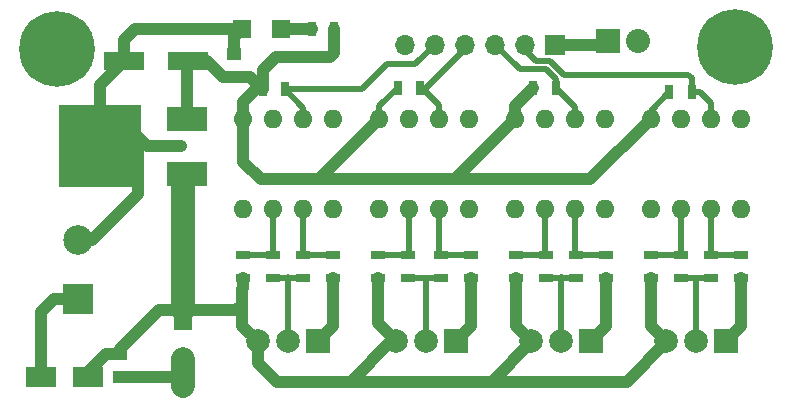
<source format=gtl>
G04 #@! TF.FileFunction,Copper,L1,Top,Signal*
%FSLAX46Y46*%
G04 Gerber Fmt 4.6, Leading zero omitted, Abs format (unit mm)*
G04 Created by KiCad (PCBNEW 4.0.6+dfsg1-1) date Mon Feb 26 19:53:53 2018*
%MOMM*%
%LPD*%
G01*
G04 APERTURE LIST*
%ADD10C,0.100000*%
%ADD11R,3.500000X1.600000*%
%ADD12R,1.600000X3.500000*%
%ADD13R,2.500000X2.500000*%
%ADD14C,2.500000*%
%ADD15R,2.000000X2.000000*%
%ADD16C,2.000000*%
%ADD17O,1.600000X1.600000*%
%ADD18R,2.500000X1.800000*%
%ADD19R,1.700000X1.700000*%
%ADD20O,1.700000X1.700000*%
%ADD21R,1.500000X1.500000*%
%ADD22R,0.700000X1.300000*%
%ADD23R,1.300000X0.700000*%
%ADD24R,2.032000X2.032000*%
%ADD25O,2.032000X2.032000*%
%ADD26R,1.250000X1.000000*%
%ADD27C,6.400000*%
%ADD28C,0.600000*%
%ADD29R,3.500000X2.000000*%
%ADD30R,7.000000X7.000000*%
%ADD31C,2.000000*%
%ADD32C,1.000000*%
%ADD33C,0.500000*%
%ADD34C,0.250000*%
G04 APERTURE END LIST*
D10*
D11*
X14800560Y29164280D03*
X9400560Y29164280D03*
D12*
X14386560Y8115280D03*
X14386560Y2715280D03*
D13*
X5496560Y8971280D03*
D14*
X5496560Y13971280D03*
D15*
X37500560Y5415280D03*
D16*
X34960560Y5415280D03*
X32460560Y5415280D03*
D17*
X19535760Y16650880D03*
X22075760Y16650880D03*
X24615760Y16650880D03*
X27155760Y16650880D03*
X27155760Y24270880D03*
X24615760Y24270880D03*
X22075760Y24270880D03*
X19535760Y24270880D03*
D18*
X6374560Y2371280D03*
X2374560Y2371280D03*
D19*
X45935760Y30550880D03*
D20*
X43395760Y30550880D03*
X40855760Y30550880D03*
X38315760Y30550880D03*
X35775760Y30550880D03*
X33235760Y30550880D03*
D21*
X22724560Y31871280D03*
X19424560Y31871280D03*
D17*
X31035760Y16650880D03*
X33575760Y16650880D03*
X36115760Y16650880D03*
X38655760Y16650880D03*
X38655760Y24270880D03*
X36115760Y24270880D03*
X33575760Y24270880D03*
X31035760Y24270880D03*
X42535760Y16650880D03*
X45075760Y16650880D03*
X47615760Y16650880D03*
X50155760Y16650880D03*
X50155760Y24270880D03*
X47615760Y24270880D03*
X45075760Y24270880D03*
X42535760Y24270880D03*
X54035760Y16650880D03*
X56575760Y16650880D03*
X59115760Y16650880D03*
X61655760Y16650880D03*
X61655760Y24270880D03*
X59115760Y24270880D03*
X56575760Y24270880D03*
X54035760Y24270880D03*
D15*
X60360560Y5415280D03*
D16*
X57820560Y5415280D03*
X55320560Y5415280D03*
D15*
X48930560Y5415280D03*
D16*
X46390560Y5415280D03*
X43890560Y5415280D03*
D15*
X25816560Y5415280D03*
D16*
X23276560Y5415280D03*
X20776560Y5415280D03*
D22*
X27224560Y31871280D03*
X25324560Y31871280D03*
D23*
X56550560Y12715280D03*
X56550560Y10815280D03*
X59090560Y12715280D03*
X59090560Y10815280D03*
X45120560Y12715280D03*
X45120560Y10815280D03*
X47660560Y12715280D03*
X47660560Y10815280D03*
X54010560Y12715280D03*
X54010560Y10815280D03*
X61630560Y10815280D03*
X61630560Y12715280D03*
X42580560Y12715280D03*
X42580560Y10815280D03*
X50200560Y10815280D03*
X50200560Y12715280D03*
D22*
X57500560Y26497280D03*
X55600560Y26497280D03*
X45985760Y26900880D03*
X44085760Y26900880D03*
D23*
X33436560Y12715280D03*
X33436560Y10815280D03*
X36230560Y12715280D03*
X36230560Y10815280D03*
X22006560Y12715280D03*
X22006560Y10815280D03*
X24546560Y12715280D03*
X24546560Y10815280D03*
X30896560Y12715280D03*
X30896560Y10815280D03*
X38770560Y10815280D03*
X38770560Y12715280D03*
X19466560Y12715280D03*
X19466560Y10815280D03*
X27086560Y10815280D03*
X27086560Y12715280D03*
D22*
X34485760Y26900880D03*
X32585760Y26900880D03*
X23085760Y26750880D03*
X21185760Y26750880D03*
D24*
X50374560Y30871280D03*
D25*
X52914560Y30871280D03*
D26*
X9052560Y4383280D03*
X9052560Y2383280D03*
X18704560Y27783280D03*
X18704560Y29783280D03*
D27*
X61122560Y30307280D03*
D28*
X63522560Y30307280D03*
X62819616Y28610224D03*
X61122560Y27907280D03*
X59425504Y28610224D03*
X58722560Y30307280D03*
X59425504Y32004336D03*
X61122560Y32707280D03*
X62819616Y32004336D03*
D27*
X3718560Y30180280D03*
D28*
X6118560Y30180280D03*
X5415616Y28483224D03*
X3718560Y27780280D03*
X2021504Y28483224D03*
X1318560Y30180280D03*
X2021504Y31877336D03*
X3718560Y32580280D03*
X5415616Y31877336D03*
D29*
X14784560Y19635280D03*
X14784560Y24215280D03*
D30*
X7384560Y21935280D03*
D28*
X14386560Y3891280D03*
X14386560Y1605280D03*
X14386560Y2715280D03*
X14234560Y21925280D03*
X19424560Y31871280D03*
D31*
X14386560Y3891280D02*
X14386560Y2715280D01*
X14386560Y1605280D02*
X14386560Y2715280D01*
D32*
X14054560Y2383280D02*
X14386560Y2715280D01*
X9052560Y2383280D02*
X14054560Y2383280D01*
X7384560Y21935280D02*
X7384560Y27148280D01*
X7384560Y27148280D02*
X9400560Y29164280D01*
X19424560Y31871280D02*
X10362560Y31871280D01*
X9400560Y30909280D02*
X9400560Y29164280D01*
X10362560Y31871280D02*
X9400560Y30909280D01*
X18704560Y29783280D02*
X18704560Y31151280D01*
X18704560Y31151280D02*
X19424560Y31871280D01*
X5496560Y13971280D02*
X6686560Y13971280D01*
X6686560Y13971280D02*
X10576560Y17861280D01*
X10576560Y17861280D02*
X10576560Y22687280D01*
X11338560Y21925280D02*
X10576560Y22687280D01*
X14234560Y21925280D02*
X11338560Y21925280D01*
X61630560Y10815280D02*
X61630560Y6685280D01*
X61630560Y6685280D02*
X60360560Y5415280D01*
X50200560Y10815280D02*
X50200560Y6685280D01*
X50200560Y6685280D02*
X48930560Y5415280D01*
X38770560Y10815280D02*
X38770560Y6685280D01*
X38770560Y6685280D02*
X37500560Y5415280D01*
X27086560Y10815280D02*
X27086560Y6685280D01*
X27086560Y6685280D02*
X25816560Y5415280D01*
D31*
X14386560Y8115280D02*
X14386560Y19237280D01*
X14386560Y19237280D02*
X14784560Y19635280D01*
D32*
X14386560Y8115280D02*
X19449560Y8115280D01*
X19085560Y8209280D02*
X19449560Y8209280D01*
X19355560Y8209280D02*
X19085560Y8209280D01*
X19449560Y8115280D02*
X19355560Y8209280D01*
X9052560Y4383280D02*
X9052560Y4780280D01*
X9052560Y4780280D02*
X12387560Y8115280D01*
X12387560Y8115280D02*
X14386560Y8115280D01*
X6374560Y2371280D02*
X6374560Y2864280D01*
X6374560Y2864280D02*
X7893560Y4383280D01*
X7893560Y4383280D02*
X9052560Y4383280D01*
X13574560Y18965280D02*
X14234560Y19625280D01*
X6374560Y2371280D02*
X6374560Y2571280D01*
X54010560Y10815280D02*
X54010560Y6725280D01*
X54010560Y6725280D02*
X55320560Y5415280D01*
X42580560Y10815280D02*
X42580560Y6725280D01*
X42580560Y6725280D02*
X43890560Y5415280D01*
X30896560Y10815280D02*
X30896560Y6979280D01*
X30896560Y6979280D02*
X32460560Y5415280D01*
X19449560Y9896280D02*
X19449560Y9646280D01*
X19449560Y9896280D02*
X19466560Y9913280D01*
X19466560Y9913280D02*
X19466560Y10815280D01*
X19449560Y9646280D02*
X19449560Y8209280D01*
X19449560Y8209280D02*
X19449560Y7718280D01*
X19449560Y6742280D02*
X20776560Y5415280D01*
X19449560Y7718280D02*
X19449560Y6742280D01*
X28610560Y1986280D02*
X22359560Y1986280D01*
X22359560Y1986280D02*
X20776560Y3569280D01*
X20776560Y3569280D02*
X20776560Y5415280D01*
X43890560Y5415280D02*
X43890560Y5328280D01*
X43890560Y5328280D02*
X40548560Y1986280D01*
X32460560Y5415280D02*
X32039560Y5415280D01*
X32039560Y5415280D02*
X28610560Y1986280D01*
X20776560Y5415280D02*
X20776560Y4820280D01*
X55320560Y5415280D02*
X55320560Y5328280D01*
X55320560Y5328280D02*
X51978560Y1986280D01*
X51978560Y1986280D02*
X40548560Y1986280D01*
X40548560Y1986280D02*
X28610560Y1986280D01*
D33*
X57820560Y5415280D02*
X57820560Y10815280D01*
X57874560Y10671280D02*
X57874560Y10815280D01*
X57874560Y10761280D02*
X57874560Y10671280D01*
X57820560Y10815280D02*
X57874560Y10761280D01*
X56550560Y10815280D02*
X57874560Y10815280D01*
X57874560Y10815280D02*
X59090560Y10815280D01*
X46390560Y5415280D02*
X46390560Y10815280D01*
X46474560Y10871280D02*
X46474560Y10815280D01*
X46446560Y10871280D02*
X46474560Y10871280D01*
X46390560Y10815280D02*
X46446560Y10871280D01*
X45120560Y10815280D02*
X46474560Y10815280D01*
X46474560Y10815280D02*
X47660560Y10815280D01*
X34960560Y5415280D02*
X34960560Y10815280D01*
X35074560Y10671280D02*
X35074560Y10815280D01*
X35074560Y10701280D02*
X35074560Y10671280D01*
X34960560Y10815280D02*
X35074560Y10701280D01*
X33436560Y10815280D02*
X35074560Y10815280D01*
X35074560Y10815280D02*
X36230560Y10815280D01*
X23276560Y5415280D02*
X23276560Y10815280D01*
X23274560Y10871280D02*
X23274560Y10815280D01*
X23274560Y10817280D02*
X23274560Y10871280D01*
X23276560Y10815280D02*
X23274560Y10817280D01*
X22006560Y10815280D02*
X23274560Y10815280D01*
X23274560Y10815280D02*
X24546560Y10815280D01*
X43395760Y30550880D02*
X43395760Y30134082D01*
X43395760Y30134082D02*
X44340162Y29189680D01*
X57500560Y27680880D02*
X57500560Y26497280D01*
X57210960Y27970480D02*
X57500560Y27680880D01*
X46695360Y27970480D02*
X57210960Y27970480D01*
X45476160Y29189680D02*
X46695360Y27970480D01*
X44340162Y29189680D02*
X45476160Y29189680D01*
X59115760Y24270880D02*
X59115760Y25583080D01*
X58201560Y26497280D02*
X57500560Y26497280D01*
X59115760Y25583080D02*
X58201560Y26497280D01*
D34*
X43395760Y29940880D02*
X43395760Y30550880D01*
D33*
X47615760Y24270880D02*
X47615760Y25270880D01*
X47615760Y25270880D02*
X45985760Y26900880D01*
X45985760Y26900880D02*
X45985760Y27660080D01*
X42935360Y28471280D02*
X40855760Y30550880D01*
X45174560Y28471280D02*
X42935360Y28471280D01*
X45985760Y27660080D02*
X45174560Y28471280D01*
D34*
X45985760Y26900880D02*
X45985760Y27160080D01*
D33*
X36115760Y24270880D02*
X36115760Y25430080D01*
X36115760Y25430080D02*
X34644960Y26900880D01*
X34644960Y26900880D02*
X34485760Y26900880D01*
X34485760Y26900880D02*
X35004160Y26900880D01*
X35004160Y26900880D02*
X38315760Y30212480D01*
X38315760Y30212480D02*
X38315760Y30550880D01*
D34*
X34485760Y26900880D02*
X34665760Y26900880D01*
D33*
X24615760Y24270880D02*
X24615760Y25220880D01*
X24615760Y25220880D02*
X23085760Y26750880D01*
X23085760Y26750880D02*
X29554160Y26750880D01*
X34096160Y28871280D02*
X35775760Y30550880D01*
X31674560Y28871280D02*
X34096160Y28871280D01*
X29554160Y26750880D02*
X31674560Y28871280D01*
X54010560Y12715280D02*
X56550560Y12715280D01*
X56575760Y16650880D02*
X56575760Y12740480D01*
X56575760Y12740480D02*
X56550560Y12715280D01*
X59090560Y12715280D02*
X61630560Y12715280D01*
X59115760Y16650880D02*
X59115760Y12740480D01*
X59115760Y12740480D02*
X59090560Y12715280D01*
X45120560Y12715280D02*
X42580560Y12715280D01*
X45075760Y16650880D02*
X45075760Y12760080D01*
X45075760Y12760080D02*
X45120560Y12715280D01*
X47660560Y12715280D02*
X50200560Y12715280D01*
X47615760Y16650880D02*
X47615760Y12760080D01*
X47615760Y12760080D02*
X47660560Y12715280D01*
X33575760Y16650880D02*
X33575760Y12854480D01*
X33575760Y12854480D02*
X33436560Y12715280D01*
X30896560Y12715280D02*
X33436560Y12715280D01*
X33436560Y16511680D02*
X33575760Y16650880D01*
X38770560Y12715280D02*
X36230560Y12715280D01*
X36115760Y16650880D02*
X36115760Y12830080D01*
X36115760Y12830080D02*
X36230560Y12715280D01*
X36230560Y16536080D02*
X36115760Y16650880D01*
X22006560Y12715280D02*
X19466560Y12715280D01*
X22075760Y16650880D02*
X22075760Y12784480D01*
X22075760Y12784480D02*
X22006560Y12715280D01*
X24615760Y16650880D02*
X24615760Y12784480D01*
X24615760Y12784480D02*
X24546560Y12715280D01*
X24546560Y12715280D02*
X27086560Y12715280D01*
D32*
X22724560Y31871280D02*
X25324560Y31871280D01*
X5496560Y8971280D02*
X3464560Y8971280D01*
X2374560Y7881280D02*
X2374560Y2371280D01*
X3464560Y8971280D02*
X2374560Y7881280D01*
X45935760Y30550880D02*
X50054160Y30550880D01*
X50054160Y30550880D02*
X50374560Y30871280D01*
D33*
X54035760Y24270880D02*
X54035760Y24932480D01*
X54035760Y24932480D02*
X55600560Y26497280D01*
D32*
X18704560Y27783280D02*
X20085560Y27783280D01*
X20085560Y27783280D02*
X20847260Y27021580D01*
X20847260Y27021580D02*
X21185760Y26750880D01*
X14800560Y29164280D02*
X16418560Y29164280D01*
X16418560Y29164280D02*
X17799560Y27783280D01*
X17799560Y27783280D02*
X18704560Y27783280D01*
X14784560Y24215280D02*
X14784560Y29148280D01*
X14784560Y29148280D02*
X14800560Y29164280D01*
D33*
X31035760Y24270880D02*
X31035760Y25350880D01*
X31035760Y25350880D02*
X32585760Y26900880D01*
D32*
X42535760Y24270880D02*
X42535760Y25350880D01*
X42535760Y25350880D02*
X44085760Y26900880D01*
X19535760Y24270880D02*
X19535760Y25710080D01*
X19535760Y25710080D02*
X21185760Y27360080D01*
X21185760Y27360080D02*
X21185760Y26750880D01*
X21185760Y27360080D02*
X21185760Y26750880D01*
X21185760Y26750880D02*
X21185760Y28382480D01*
X27224560Y29821280D02*
X27224560Y31871280D01*
X26874560Y29471280D02*
X27224560Y29821280D01*
X22274560Y29471280D02*
X26874560Y29471280D01*
X21185760Y28382480D02*
X22274560Y29471280D01*
X19535760Y22705680D02*
X19535760Y20610080D01*
X20994960Y19150880D02*
X25867360Y19150880D01*
X19535760Y20610080D02*
X20994960Y19150880D01*
X37415760Y19150880D02*
X48915760Y19150880D01*
X48915760Y19150880D02*
X54035760Y24270880D01*
X25867360Y19150880D02*
X37415760Y19150880D01*
X37415760Y19150880D02*
X42535760Y24270880D01*
X25867360Y19150880D02*
X25915760Y19150880D01*
X25915760Y19150880D02*
X31035760Y24270880D01*
X19535760Y22705680D02*
X19535760Y24270880D01*
D33*
X19535760Y22705680D02*
X19535760Y24270880D01*
X48915760Y19150880D02*
X54035760Y24270880D01*
X25915760Y19150880D02*
X37415760Y19150880D01*
X37415760Y19150880D02*
X42535760Y24270880D01*
X25915760Y19150880D02*
X31035760Y24270880D01*
M02*

</source>
